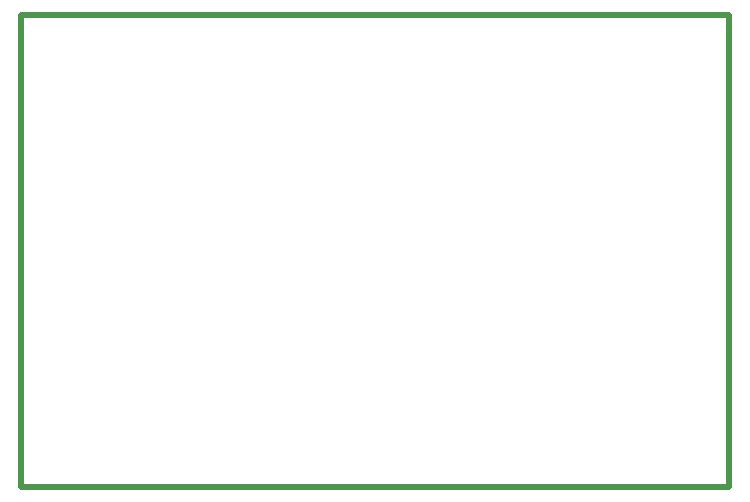
<source format=gm1>
G04 Layer_Color=16711935*
%FSLAX25Y25*%
%MOIN*%
G70*
G01*
G75*
%ADD76C,0.01968*%
D76*
X0Y0D02*
X236221D01*
Y157480D01*
X0D02*
X236221D01*
X0Y0D02*
Y157480D01*
M02*

</source>
